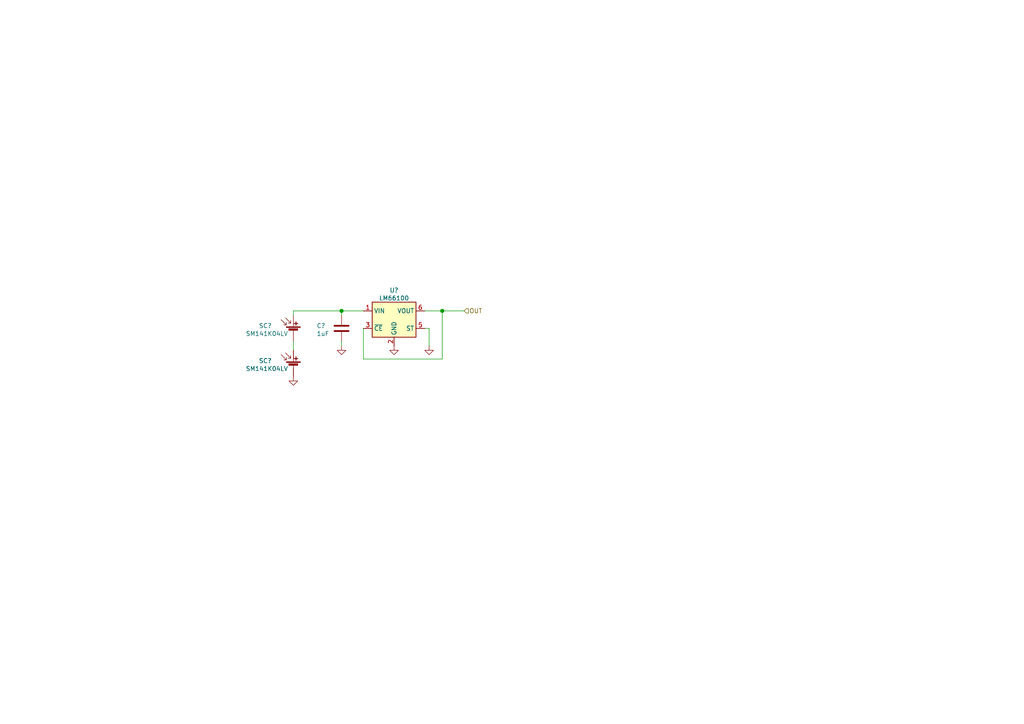
<source format=kicad_sch>
(kicad_sch (version 20210406) (generator eeschema)
  (paper "A4")
  (lib_symbols
    (symbol "Device:C" (pin_numbers hide) (pin_names (offset 0.254))
      (property "Reference" "C" (at 0.635 2.54 0))
      (property "Value" "C" (at 0.635 -2.54 0))
      (symbol "C_0_1"
        (polyline (pts (xy -2.032 -0.762) (xy 2.032 -0.762)) (stroke (width 0.508)))
        (polyline (pts (xy -2.032 0.762) (xy 2.032 0.762)) (stroke (width 0.508)))
      )
      (symbol "C_1_1"
        (pin passive line (at 0 3.81 270) (length 2.794) (name "~") (number "1"))
        (pin passive line (at 0 -3.81 90) (length 2.794) (name "~") (number "2"))
      )
    )
    (symbol "Device:Solar_Cell" (pin_numbers hide) (pin_names (offset 0) hide)
      (property "Reference" "SC" (at 2.54 2.54 0))
      (property "Value" "Solar_Cell" (at 2.54 0 0))
      (symbol "Solar_Cell_0_1"
        (rectangle (start -2.032 1.778) (end 2.032 1.524) (fill (type outline)))
        (rectangle (start -1.3208 1.1938) (end 1.27 0.6858) (fill (type outline)))
        (polyline (pts (xy -2.032 2.286) (xy -3.556 3.81)))
        (polyline (pts (xy -0.762 2.794) (xy -2.286 4.318)))
        (polyline (pts (xy 0 0.762) (xy 0 0)))
        (polyline (pts (xy 0 1.778) (xy 0 2.54)))
        (polyline (pts (xy 0.254 2.667) (xy 1.27 2.667)) (stroke (width 0.254)))
        (polyline (pts (xy 0.762 3.175) (xy 0.762 2.159)) (stroke (width 0.254)))
        (polyline (pts (xy -2.032 3.048) (xy -2.032 2.286) (xy -2.794 2.286)))
        (polyline (pts (xy -0.762 3.556) (xy -0.762 2.794) (xy -1.524 2.794)))
      )
      (symbol "Solar_Cell_1_1"
        (pin passive line (at 0 5.08 270) (length 2.54) (name "+") (number "1"))
        (pin passive line (at 0 -2.54 90) (length 2.54) (name "-") (number "2"))
      )
    )
    (symbol "TCY_power_management:LM66100"
      (property "Reference" "U" (at 0 6.35 0))
      (property "Value" "LM66100" (at 0 8.89 0))
      (symbol "LM66100_0_1"
        (rectangle (start -6.35 5.08) (end 6.35 -5.08) (stroke (width 0.254)) (fill (type background)))
      )
      (symbol "LM66100_1_1"
        (pin power_in line (at -8.89 2.54 0) (length 2.54) (name "VIN") (number "1"))
        (pin passive line (at 0 -7.62 90) (length 2.54) (name "GND") (number "2"))
        (pin input line (at -8.89 -2.54 0) (length 2.54) (name "~CE") (number "3"))
        (pin output line (at 8.89 -2.54 180) (length 2.54) (name "ST") (number "5"))
        (pin power_out line (at 8.89 2.54 180) (length 2.54) (name "VOUT") (number "6"))
      )
    )
    (symbol "power:GND" (power) (pin_names (offset 0))
      (property "Value" "GND" (at 0 -3.81 0))
      (symbol "GND_0_1"
        (polyline (pts (xy 0 0) (xy 0 -1.27) (xy 1.27 -1.27) (xy 0 -2.54) (xy -1.27 -1.27) (xy 0 -1.27)))
      )
      (symbol "GND_1_1"
        (pin power_in line (at 0 0 270) (length 0) hide (name "GND") (number "1"))
      )
    )
  )
  (junction (at 99.06 90.17) (diameter 1.016))
  (junction (at 128.27 90.17) (diameter 1.016))
  (wire (pts (xy 85.09 90.17) (xy 85.09 91.44)))
  (wire (pts (xy 85.09 90.17) (xy 99.06 90.17)))
  (wire (pts (xy 85.09 99.06) (xy 85.09 101.6)))
  (wire (pts (xy 99.06 90.17) (xy 99.06 91.44)))
  (wire (pts (xy 99.06 90.17) (xy 105.41 90.17)))
  (wire (pts (xy 99.06 99.06) (xy 99.06 100.33)))
  (wire (pts (xy 105.41 95.25) (xy 105.41 104.14)))
  (wire (pts (xy 105.41 104.14) (xy 128.27 104.14)))
  (wire (pts (xy 124.46 95.25) (xy 123.19 95.25)))
  (wire (pts (xy 124.46 100.33) (xy 124.46 95.25)))
  (wire (pts (xy 128.27 90.17) (xy 123.19 90.17)))
  (wire (pts (xy 128.27 90.17) (xy 134.62 90.17)))
  (wire (pts (xy 128.27 104.14) (xy 128.27 90.17)))
  (hierarchical_label "OUT" (shape input) (at 134.62 90.17 0))
  (symbol (lib_id "power:GND") (at 85.09 109.22 0)
    (property "Reference" "#PWR?" (effects hide))
    (property "Value" "GND" (effects hide))
  )
  (symbol (lib_id "power:GND") (at 99.06 100.33 0)
    (property "Reference" "#PWR?" (effects hide))
    (property "Value" "GND" (effects hide))
  )
  (symbol (lib_id "power:GND") (at 114.3 100.33 0)
    (property "Reference" "#PWR?" (effects hide))
    (property "Value" "GND" (effects hide))
  )
  (symbol (lib_id "power:GND") (at 124.46 100.33 0)
    (property "Reference" "#PWR?" (effects hide))
    (property "Value" "GND" (effects hide))
  )
  (symbol (lib_id "Device:C") (at 99.06 95.25 0)
    (property "Reference" "C?" (at 91.8211 94.4891 0) (effects (justify left)))
    (property "Value" "1uF" (at 91.8211 96.7878 0) (effects (justify left)))
  )
  (symbol (lib_id "Device:Solar_Cell") (at 85.09 96.52 0)
    (property "Reference" "SC?" (at 75.0571 94.4891 0) (effects (justify left)))
    (property "Value" "SM141K04LV" (at 71.2471 96.7878 0) (effects (justify left)))
    (property "Footprint" "TCY_solar:SM141K04LV" (effects hide))
  )
  (symbol (lib_id "Device:Solar_Cell") (at 85.09 106.68 0)
    (property "Reference" "SC?" (at 75.0571 104.6491 0) (effects (justify left)))
    (property "Value" "SM141K04LV" (at 71.2471 106.9478 0) (effects (justify left)))
    (property "Footprint" "TCY_solar:SM141K04LV" (effects hide))
  )
  (symbol (lib_id "TCY_power_management:LM66100") (at 114.3 92.71 0)
    (property "Reference" "U?" (at 114.3 84.1968 0))
    (property "Value" "LM66100" (at 114.3 86.4955 0))
    (property "Footprint" "Package_TO_SOT_SMD:SOT-363_SC-70-6" (effects hide))
    (property "Datasheet" "https://www.ti.com/lit/ds/symlink/lm66100.pdf?ts=1611216893994&ref_url=https%253A%252F%252Fwww.google.com%252F" (effects hide))
  )
)
</source>
